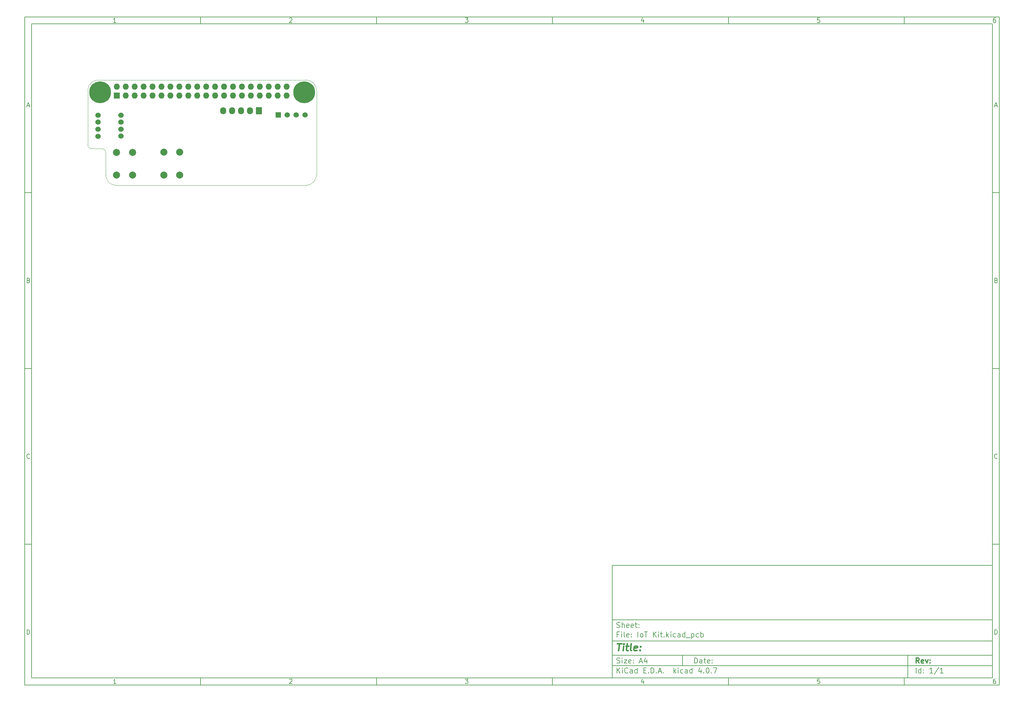
<source format=gbr>
G04 #@! TF.FileFunction,Soldermask,Bot*
%FSLAX46Y46*%
G04 Gerber Fmt 4.6, Leading zero omitted, Abs format (unit mm)*
G04 Created by KiCad (PCBNEW 4.0.7) date Thursday 07 December 2017 'o51' 11:51:57*
%MOMM*%
%LPD*%
G01*
G04 APERTURE LIST*
%ADD10C,0.100000*%
%ADD11C,0.150000*%
%ADD12C,0.300000*%
%ADD13C,0.400000*%
%ADD14R,1.727200X2.032000*%
%ADD15O,1.727200X2.032000*%
%ADD16R,1.727200X1.727200*%
%ADD17O,1.727200X1.727200*%
%ADD18C,1.524000*%
%ADD19R,1.524000X1.524000*%
%ADD20C,6.200000*%
%ADD21C,2.000000*%
G04 APERTURE END LIST*
D10*
D11*
X177002200Y-166007200D02*
X177002200Y-198007200D01*
X285002200Y-198007200D01*
X285002200Y-166007200D01*
X177002200Y-166007200D01*
D10*
D11*
X10000000Y-10000000D02*
X10000000Y-200007200D01*
X287002200Y-200007200D01*
X287002200Y-10000000D01*
X10000000Y-10000000D01*
D10*
D11*
X12000000Y-12000000D02*
X12000000Y-198007200D01*
X285002200Y-198007200D01*
X285002200Y-12000000D01*
X12000000Y-12000000D01*
D10*
D11*
X60000000Y-12000000D02*
X60000000Y-10000000D01*
D10*
D11*
X110000000Y-12000000D02*
X110000000Y-10000000D01*
D10*
D11*
X160000000Y-12000000D02*
X160000000Y-10000000D01*
D10*
D11*
X210000000Y-12000000D02*
X210000000Y-10000000D01*
D10*
D11*
X260000000Y-12000000D02*
X260000000Y-10000000D01*
D10*
D11*
X35990476Y-11588095D02*
X35247619Y-11588095D01*
X35619048Y-11588095D02*
X35619048Y-10288095D01*
X35495238Y-10473810D01*
X35371429Y-10597619D01*
X35247619Y-10659524D01*
D10*
D11*
X85247619Y-10411905D02*
X85309524Y-10350000D01*
X85433333Y-10288095D01*
X85742857Y-10288095D01*
X85866667Y-10350000D01*
X85928571Y-10411905D01*
X85990476Y-10535714D01*
X85990476Y-10659524D01*
X85928571Y-10845238D01*
X85185714Y-11588095D01*
X85990476Y-11588095D01*
D10*
D11*
X135185714Y-10288095D02*
X135990476Y-10288095D01*
X135557143Y-10783333D01*
X135742857Y-10783333D01*
X135866667Y-10845238D01*
X135928571Y-10907143D01*
X135990476Y-11030952D01*
X135990476Y-11340476D01*
X135928571Y-11464286D01*
X135866667Y-11526190D01*
X135742857Y-11588095D01*
X135371429Y-11588095D01*
X135247619Y-11526190D01*
X135185714Y-11464286D01*
D10*
D11*
X185866667Y-10721429D02*
X185866667Y-11588095D01*
X185557143Y-10226190D02*
X185247619Y-11154762D01*
X186052381Y-11154762D01*
D10*
D11*
X235928571Y-10288095D02*
X235309524Y-10288095D01*
X235247619Y-10907143D01*
X235309524Y-10845238D01*
X235433333Y-10783333D01*
X235742857Y-10783333D01*
X235866667Y-10845238D01*
X235928571Y-10907143D01*
X235990476Y-11030952D01*
X235990476Y-11340476D01*
X235928571Y-11464286D01*
X235866667Y-11526190D01*
X235742857Y-11588095D01*
X235433333Y-11588095D01*
X235309524Y-11526190D01*
X235247619Y-11464286D01*
D10*
D11*
X285866667Y-10288095D02*
X285619048Y-10288095D01*
X285495238Y-10350000D01*
X285433333Y-10411905D01*
X285309524Y-10597619D01*
X285247619Y-10845238D01*
X285247619Y-11340476D01*
X285309524Y-11464286D01*
X285371429Y-11526190D01*
X285495238Y-11588095D01*
X285742857Y-11588095D01*
X285866667Y-11526190D01*
X285928571Y-11464286D01*
X285990476Y-11340476D01*
X285990476Y-11030952D01*
X285928571Y-10907143D01*
X285866667Y-10845238D01*
X285742857Y-10783333D01*
X285495238Y-10783333D01*
X285371429Y-10845238D01*
X285309524Y-10907143D01*
X285247619Y-11030952D01*
D10*
D11*
X60000000Y-198007200D02*
X60000000Y-200007200D01*
D10*
D11*
X110000000Y-198007200D02*
X110000000Y-200007200D01*
D10*
D11*
X160000000Y-198007200D02*
X160000000Y-200007200D01*
D10*
D11*
X210000000Y-198007200D02*
X210000000Y-200007200D01*
D10*
D11*
X260000000Y-198007200D02*
X260000000Y-200007200D01*
D10*
D11*
X35990476Y-199595295D02*
X35247619Y-199595295D01*
X35619048Y-199595295D02*
X35619048Y-198295295D01*
X35495238Y-198481010D01*
X35371429Y-198604819D01*
X35247619Y-198666724D01*
D10*
D11*
X85247619Y-198419105D02*
X85309524Y-198357200D01*
X85433333Y-198295295D01*
X85742857Y-198295295D01*
X85866667Y-198357200D01*
X85928571Y-198419105D01*
X85990476Y-198542914D01*
X85990476Y-198666724D01*
X85928571Y-198852438D01*
X85185714Y-199595295D01*
X85990476Y-199595295D01*
D10*
D11*
X135185714Y-198295295D02*
X135990476Y-198295295D01*
X135557143Y-198790533D01*
X135742857Y-198790533D01*
X135866667Y-198852438D01*
X135928571Y-198914343D01*
X135990476Y-199038152D01*
X135990476Y-199347676D01*
X135928571Y-199471486D01*
X135866667Y-199533390D01*
X135742857Y-199595295D01*
X135371429Y-199595295D01*
X135247619Y-199533390D01*
X135185714Y-199471486D01*
D10*
D11*
X185866667Y-198728629D02*
X185866667Y-199595295D01*
X185557143Y-198233390D02*
X185247619Y-199161962D01*
X186052381Y-199161962D01*
D10*
D11*
X235928571Y-198295295D02*
X235309524Y-198295295D01*
X235247619Y-198914343D01*
X235309524Y-198852438D01*
X235433333Y-198790533D01*
X235742857Y-198790533D01*
X235866667Y-198852438D01*
X235928571Y-198914343D01*
X235990476Y-199038152D01*
X235990476Y-199347676D01*
X235928571Y-199471486D01*
X235866667Y-199533390D01*
X235742857Y-199595295D01*
X235433333Y-199595295D01*
X235309524Y-199533390D01*
X235247619Y-199471486D01*
D10*
D11*
X285866667Y-198295295D02*
X285619048Y-198295295D01*
X285495238Y-198357200D01*
X285433333Y-198419105D01*
X285309524Y-198604819D01*
X285247619Y-198852438D01*
X285247619Y-199347676D01*
X285309524Y-199471486D01*
X285371429Y-199533390D01*
X285495238Y-199595295D01*
X285742857Y-199595295D01*
X285866667Y-199533390D01*
X285928571Y-199471486D01*
X285990476Y-199347676D01*
X285990476Y-199038152D01*
X285928571Y-198914343D01*
X285866667Y-198852438D01*
X285742857Y-198790533D01*
X285495238Y-198790533D01*
X285371429Y-198852438D01*
X285309524Y-198914343D01*
X285247619Y-199038152D01*
D10*
D11*
X10000000Y-60000000D02*
X12000000Y-60000000D01*
D10*
D11*
X10000000Y-110000000D02*
X12000000Y-110000000D01*
D10*
D11*
X10000000Y-160000000D02*
X12000000Y-160000000D01*
D10*
D11*
X10690476Y-35216667D02*
X11309524Y-35216667D01*
X10566667Y-35588095D02*
X11000000Y-34288095D01*
X11433333Y-35588095D01*
D10*
D11*
X11092857Y-84907143D02*
X11278571Y-84969048D01*
X11340476Y-85030952D01*
X11402381Y-85154762D01*
X11402381Y-85340476D01*
X11340476Y-85464286D01*
X11278571Y-85526190D01*
X11154762Y-85588095D01*
X10659524Y-85588095D01*
X10659524Y-84288095D01*
X11092857Y-84288095D01*
X11216667Y-84350000D01*
X11278571Y-84411905D01*
X11340476Y-84535714D01*
X11340476Y-84659524D01*
X11278571Y-84783333D01*
X11216667Y-84845238D01*
X11092857Y-84907143D01*
X10659524Y-84907143D01*
D10*
D11*
X11402381Y-135464286D02*
X11340476Y-135526190D01*
X11154762Y-135588095D01*
X11030952Y-135588095D01*
X10845238Y-135526190D01*
X10721429Y-135402381D01*
X10659524Y-135278571D01*
X10597619Y-135030952D01*
X10597619Y-134845238D01*
X10659524Y-134597619D01*
X10721429Y-134473810D01*
X10845238Y-134350000D01*
X11030952Y-134288095D01*
X11154762Y-134288095D01*
X11340476Y-134350000D01*
X11402381Y-134411905D01*
D10*
D11*
X10659524Y-185588095D02*
X10659524Y-184288095D01*
X10969048Y-184288095D01*
X11154762Y-184350000D01*
X11278571Y-184473810D01*
X11340476Y-184597619D01*
X11402381Y-184845238D01*
X11402381Y-185030952D01*
X11340476Y-185278571D01*
X11278571Y-185402381D01*
X11154762Y-185526190D01*
X10969048Y-185588095D01*
X10659524Y-185588095D01*
D10*
D11*
X287002200Y-60000000D02*
X285002200Y-60000000D01*
D10*
D11*
X287002200Y-110000000D02*
X285002200Y-110000000D01*
D10*
D11*
X287002200Y-160000000D02*
X285002200Y-160000000D01*
D10*
D11*
X285692676Y-35216667D02*
X286311724Y-35216667D01*
X285568867Y-35588095D02*
X286002200Y-34288095D01*
X286435533Y-35588095D01*
D10*
D11*
X286095057Y-84907143D02*
X286280771Y-84969048D01*
X286342676Y-85030952D01*
X286404581Y-85154762D01*
X286404581Y-85340476D01*
X286342676Y-85464286D01*
X286280771Y-85526190D01*
X286156962Y-85588095D01*
X285661724Y-85588095D01*
X285661724Y-84288095D01*
X286095057Y-84288095D01*
X286218867Y-84350000D01*
X286280771Y-84411905D01*
X286342676Y-84535714D01*
X286342676Y-84659524D01*
X286280771Y-84783333D01*
X286218867Y-84845238D01*
X286095057Y-84907143D01*
X285661724Y-84907143D01*
D10*
D11*
X286404581Y-135464286D02*
X286342676Y-135526190D01*
X286156962Y-135588095D01*
X286033152Y-135588095D01*
X285847438Y-135526190D01*
X285723629Y-135402381D01*
X285661724Y-135278571D01*
X285599819Y-135030952D01*
X285599819Y-134845238D01*
X285661724Y-134597619D01*
X285723629Y-134473810D01*
X285847438Y-134350000D01*
X286033152Y-134288095D01*
X286156962Y-134288095D01*
X286342676Y-134350000D01*
X286404581Y-134411905D01*
D10*
D11*
X285661724Y-185588095D02*
X285661724Y-184288095D01*
X285971248Y-184288095D01*
X286156962Y-184350000D01*
X286280771Y-184473810D01*
X286342676Y-184597619D01*
X286404581Y-184845238D01*
X286404581Y-185030952D01*
X286342676Y-185278571D01*
X286280771Y-185402381D01*
X286156962Y-185526190D01*
X285971248Y-185588095D01*
X285661724Y-185588095D01*
D10*
D11*
X200359343Y-193785771D02*
X200359343Y-192285771D01*
X200716486Y-192285771D01*
X200930771Y-192357200D01*
X201073629Y-192500057D01*
X201145057Y-192642914D01*
X201216486Y-192928629D01*
X201216486Y-193142914D01*
X201145057Y-193428629D01*
X201073629Y-193571486D01*
X200930771Y-193714343D01*
X200716486Y-193785771D01*
X200359343Y-193785771D01*
X202502200Y-193785771D02*
X202502200Y-193000057D01*
X202430771Y-192857200D01*
X202287914Y-192785771D01*
X202002200Y-192785771D01*
X201859343Y-192857200D01*
X202502200Y-193714343D02*
X202359343Y-193785771D01*
X202002200Y-193785771D01*
X201859343Y-193714343D01*
X201787914Y-193571486D01*
X201787914Y-193428629D01*
X201859343Y-193285771D01*
X202002200Y-193214343D01*
X202359343Y-193214343D01*
X202502200Y-193142914D01*
X203002200Y-192785771D02*
X203573629Y-192785771D01*
X203216486Y-192285771D02*
X203216486Y-193571486D01*
X203287914Y-193714343D01*
X203430772Y-193785771D01*
X203573629Y-193785771D01*
X204645057Y-193714343D02*
X204502200Y-193785771D01*
X204216486Y-193785771D01*
X204073629Y-193714343D01*
X204002200Y-193571486D01*
X204002200Y-193000057D01*
X204073629Y-192857200D01*
X204216486Y-192785771D01*
X204502200Y-192785771D01*
X204645057Y-192857200D01*
X204716486Y-193000057D01*
X204716486Y-193142914D01*
X204002200Y-193285771D01*
X205359343Y-193642914D02*
X205430771Y-193714343D01*
X205359343Y-193785771D01*
X205287914Y-193714343D01*
X205359343Y-193642914D01*
X205359343Y-193785771D01*
X205359343Y-192857200D02*
X205430771Y-192928629D01*
X205359343Y-193000057D01*
X205287914Y-192928629D01*
X205359343Y-192857200D01*
X205359343Y-193000057D01*
D10*
D11*
X177002200Y-194507200D02*
X285002200Y-194507200D01*
D10*
D11*
X178359343Y-196585771D02*
X178359343Y-195085771D01*
X179216486Y-196585771D02*
X178573629Y-195728629D01*
X179216486Y-195085771D02*
X178359343Y-195942914D01*
X179859343Y-196585771D02*
X179859343Y-195585771D01*
X179859343Y-195085771D02*
X179787914Y-195157200D01*
X179859343Y-195228629D01*
X179930771Y-195157200D01*
X179859343Y-195085771D01*
X179859343Y-195228629D01*
X181430772Y-196442914D02*
X181359343Y-196514343D01*
X181145057Y-196585771D01*
X181002200Y-196585771D01*
X180787915Y-196514343D01*
X180645057Y-196371486D01*
X180573629Y-196228629D01*
X180502200Y-195942914D01*
X180502200Y-195728629D01*
X180573629Y-195442914D01*
X180645057Y-195300057D01*
X180787915Y-195157200D01*
X181002200Y-195085771D01*
X181145057Y-195085771D01*
X181359343Y-195157200D01*
X181430772Y-195228629D01*
X182716486Y-196585771D02*
X182716486Y-195800057D01*
X182645057Y-195657200D01*
X182502200Y-195585771D01*
X182216486Y-195585771D01*
X182073629Y-195657200D01*
X182716486Y-196514343D02*
X182573629Y-196585771D01*
X182216486Y-196585771D01*
X182073629Y-196514343D01*
X182002200Y-196371486D01*
X182002200Y-196228629D01*
X182073629Y-196085771D01*
X182216486Y-196014343D01*
X182573629Y-196014343D01*
X182716486Y-195942914D01*
X184073629Y-196585771D02*
X184073629Y-195085771D01*
X184073629Y-196514343D02*
X183930772Y-196585771D01*
X183645058Y-196585771D01*
X183502200Y-196514343D01*
X183430772Y-196442914D01*
X183359343Y-196300057D01*
X183359343Y-195871486D01*
X183430772Y-195728629D01*
X183502200Y-195657200D01*
X183645058Y-195585771D01*
X183930772Y-195585771D01*
X184073629Y-195657200D01*
X185930772Y-195800057D02*
X186430772Y-195800057D01*
X186645058Y-196585771D02*
X185930772Y-196585771D01*
X185930772Y-195085771D01*
X186645058Y-195085771D01*
X187287915Y-196442914D02*
X187359343Y-196514343D01*
X187287915Y-196585771D01*
X187216486Y-196514343D01*
X187287915Y-196442914D01*
X187287915Y-196585771D01*
X188002201Y-196585771D02*
X188002201Y-195085771D01*
X188359344Y-195085771D01*
X188573629Y-195157200D01*
X188716487Y-195300057D01*
X188787915Y-195442914D01*
X188859344Y-195728629D01*
X188859344Y-195942914D01*
X188787915Y-196228629D01*
X188716487Y-196371486D01*
X188573629Y-196514343D01*
X188359344Y-196585771D01*
X188002201Y-196585771D01*
X189502201Y-196442914D02*
X189573629Y-196514343D01*
X189502201Y-196585771D01*
X189430772Y-196514343D01*
X189502201Y-196442914D01*
X189502201Y-196585771D01*
X190145058Y-196157200D02*
X190859344Y-196157200D01*
X190002201Y-196585771D02*
X190502201Y-195085771D01*
X191002201Y-196585771D01*
X191502201Y-196442914D02*
X191573629Y-196514343D01*
X191502201Y-196585771D01*
X191430772Y-196514343D01*
X191502201Y-196442914D01*
X191502201Y-196585771D01*
X194502201Y-196585771D02*
X194502201Y-195085771D01*
X194645058Y-196014343D02*
X195073629Y-196585771D01*
X195073629Y-195585771D02*
X194502201Y-196157200D01*
X195716487Y-196585771D02*
X195716487Y-195585771D01*
X195716487Y-195085771D02*
X195645058Y-195157200D01*
X195716487Y-195228629D01*
X195787915Y-195157200D01*
X195716487Y-195085771D01*
X195716487Y-195228629D01*
X197073630Y-196514343D02*
X196930773Y-196585771D01*
X196645059Y-196585771D01*
X196502201Y-196514343D01*
X196430773Y-196442914D01*
X196359344Y-196300057D01*
X196359344Y-195871486D01*
X196430773Y-195728629D01*
X196502201Y-195657200D01*
X196645059Y-195585771D01*
X196930773Y-195585771D01*
X197073630Y-195657200D01*
X198359344Y-196585771D02*
X198359344Y-195800057D01*
X198287915Y-195657200D01*
X198145058Y-195585771D01*
X197859344Y-195585771D01*
X197716487Y-195657200D01*
X198359344Y-196514343D02*
X198216487Y-196585771D01*
X197859344Y-196585771D01*
X197716487Y-196514343D01*
X197645058Y-196371486D01*
X197645058Y-196228629D01*
X197716487Y-196085771D01*
X197859344Y-196014343D01*
X198216487Y-196014343D01*
X198359344Y-195942914D01*
X199716487Y-196585771D02*
X199716487Y-195085771D01*
X199716487Y-196514343D02*
X199573630Y-196585771D01*
X199287916Y-196585771D01*
X199145058Y-196514343D01*
X199073630Y-196442914D01*
X199002201Y-196300057D01*
X199002201Y-195871486D01*
X199073630Y-195728629D01*
X199145058Y-195657200D01*
X199287916Y-195585771D01*
X199573630Y-195585771D01*
X199716487Y-195657200D01*
X202216487Y-195585771D02*
X202216487Y-196585771D01*
X201859344Y-195014343D02*
X201502201Y-196085771D01*
X202430773Y-196085771D01*
X203002201Y-196442914D02*
X203073629Y-196514343D01*
X203002201Y-196585771D01*
X202930772Y-196514343D01*
X203002201Y-196442914D01*
X203002201Y-196585771D01*
X204002201Y-195085771D02*
X204145058Y-195085771D01*
X204287915Y-195157200D01*
X204359344Y-195228629D01*
X204430773Y-195371486D01*
X204502201Y-195657200D01*
X204502201Y-196014343D01*
X204430773Y-196300057D01*
X204359344Y-196442914D01*
X204287915Y-196514343D01*
X204145058Y-196585771D01*
X204002201Y-196585771D01*
X203859344Y-196514343D01*
X203787915Y-196442914D01*
X203716487Y-196300057D01*
X203645058Y-196014343D01*
X203645058Y-195657200D01*
X203716487Y-195371486D01*
X203787915Y-195228629D01*
X203859344Y-195157200D01*
X204002201Y-195085771D01*
X205145058Y-196442914D02*
X205216486Y-196514343D01*
X205145058Y-196585771D01*
X205073629Y-196514343D01*
X205145058Y-196442914D01*
X205145058Y-196585771D01*
X205716487Y-195085771D02*
X206716487Y-195085771D01*
X206073630Y-196585771D01*
D10*
D11*
X177002200Y-191507200D02*
X285002200Y-191507200D01*
D10*
D12*
X264216486Y-193785771D02*
X263716486Y-193071486D01*
X263359343Y-193785771D02*
X263359343Y-192285771D01*
X263930771Y-192285771D01*
X264073629Y-192357200D01*
X264145057Y-192428629D01*
X264216486Y-192571486D01*
X264216486Y-192785771D01*
X264145057Y-192928629D01*
X264073629Y-193000057D01*
X263930771Y-193071486D01*
X263359343Y-193071486D01*
X265430771Y-193714343D02*
X265287914Y-193785771D01*
X265002200Y-193785771D01*
X264859343Y-193714343D01*
X264787914Y-193571486D01*
X264787914Y-193000057D01*
X264859343Y-192857200D01*
X265002200Y-192785771D01*
X265287914Y-192785771D01*
X265430771Y-192857200D01*
X265502200Y-193000057D01*
X265502200Y-193142914D01*
X264787914Y-193285771D01*
X266002200Y-192785771D02*
X266359343Y-193785771D01*
X266716485Y-192785771D01*
X267287914Y-193642914D02*
X267359342Y-193714343D01*
X267287914Y-193785771D01*
X267216485Y-193714343D01*
X267287914Y-193642914D01*
X267287914Y-193785771D01*
X267287914Y-192857200D02*
X267359342Y-192928629D01*
X267287914Y-193000057D01*
X267216485Y-192928629D01*
X267287914Y-192857200D01*
X267287914Y-193000057D01*
D10*
D11*
X178287914Y-193714343D02*
X178502200Y-193785771D01*
X178859343Y-193785771D01*
X179002200Y-193714343D01*
X179073629Y-193642914D01*
X179145057Y-193500057D01*
X179145057Y-193357200D01*
X179073629Y-193214343D01*
X179002200Y-193142914D01*
X178859343Y-193071486D01*
X178573629Y-193000057D01*
X178430771Y-192928629D01*
X178359343Y-192857200D01*
X178287914Y-192714343D01*
X178287914Y-192571486D01*
X178359343Y-192428629D01*
X178430771Y-192357200D01*
X178573629Y-192285771D01*
X178930771Y-192285771D01*
X179145057Y-192357200D01*
X179787914Y-193785771D02*
X179787914Y-192785771D01*
X179787914Y-192285771D02*
X179716485Y-192357200D01*
X179787914Y-192428629D01*
X179859342Y-192357200D01*
X179787914Y-192285771D01*
X179787914Y-192428629D01*
X180359343Y-192785771D02*
X181145057Y-192785771D01*
X180359343Y-193785771D01*
X181145057Y-193785771D01*
X182287914Y-193714343D02*
X182145057Y-193785771D01*
X181859343Y-193785771D01*
X181716486Y-193714343D01*
X181645057Y-193571486D01*
X181645057Y-193000057D01*
X181716486Y-192857200D01*
X181859343Y-192785771D01*
X182145057Y-192785771D01*
X182287914Y-192857200D01*
X182359343Y-193000057D01*
X182359343Y-193142914D01*
X181645057Y-193285771D01*
X183002200Y-193642914D02*
X183073628Y-193714343D01*
X183002200Y-193785771D01*
X182930771Y-193714343D01*
X183002200Y-193642914D01*
X183002200Y-193785771D01*
X183002200Y-192857200D02*
X183073628Y-192928629D01*
X183002200Y-193000057D01*
X182930771Y-192928629D01*
X183002200Y-192857200D01*
X183002200Y-193000057D01*
X184787914Y-193357200D02*
X185502200Y-193357200D01*
X184645057Y-193785771D02*
X185145057Y-192285771D01*
X185645057Y-193785771D01*
X186787914Y-192785771D02*
X186787914Y-193785771D01*
X186430771Y-192214343D02*
X186073628Y-193285771D01*
X187002200Y-193285771D01*
D10*
D11*
X263359343Y-196585771D02*
X263359343Y-195085771D01*
X264716486Y-196585771D02*
X264716486Y-195085771D01*
X264716486Y-196514343D02*
X264573629Y-196585771D01*
X264287915Y-196585771D01*
X264145057Y-196514343D01*
X264073629Y-196442914D01*
X264002200Y-196300057D01*
X264002200Y-195871486D01*
X264073629Y-195728629D01*
X264145057Y-195657200D01*
X264287915Y-195585771D01*
X264573629Y-195585771D01*
X264716486Y-195657200D01*
X265430772Y-196442914D02*
X265502200Y-196514343D01*
X265430772Y-196585771D01*
X265359343Y-196514343D01*
X265430772Y-196442914D01*
X265430772Y-196585771D01*
X265430772Y-195657200D02*
X265502200Y-195728629D01*
X265430772Y-195800057D01*
X265359343Y-195728629D01*
X265430772Y-195657200D01*
X265430772Y-195800057D01*
X268073629Y-196585771D02*
X267216486Y-196585771D01*
X267645058Y-196585771D02*
X267645058Y-195085771D01*
X267502201Y-195300057D01*
X267359343Y-195442914D01*
X267216486Y-195514343D01*
X269787914Y-195014343D02*
X268502200Y-196942914D01*
X271073629Y-196585771D02*
X270216486Y-196585771D01*
X270645058Y-196585771D02*
X270645058Y-195085771D01*
X270502201Y-195300057D01*
X270359343Y-195442914D01*
X270216486Y-195514343D01*
D10*
D11*
X177002200Y-187507200D02*
X285002200Y-187507200D01*
D10*
D13*
X178454581Y-188211962D02*
X179597438Y-188211962D01*
X178776010Y-190211962D02*
X179026010Y-188211962D01*
X180014105Y-190211962D02*
X180180771Y-188878629D01*
X180264105Y-188211962D02*
X180156962Y-188307200D01*
X180240295Y-188402438D01*
X180347439Y-188307200D01*
X180264105Y-188211962D01*
X180240295Y-188402438D01*
X180847438Y-188878629D02*
X181609343Y-188878629D01*
X181216486Y-188211962D02*
X181002200Y-189926248D01*
X181073630Y-190116724D01*
X181252201Y-190211962D01*
X181442677Y-190211962D01*
X182395058Y-190211962D02*
X182216487Y-190116724D01*
X182145057Y-189926248D01*
X182359343Y-188211962D01*
X183930772Y-190116724D02*
X183728391Y-190211962D01*
X183347439Y-190211962D01*
X183168867Y-190116724D01*
X183097438Y-189926248D01*
X183192676Y-189164343D01*
X183311724Y-188973867D01*
X183514105Y-188878629D01*
X183895057Y-188878629D01*
X184073629Y-188973867D01*
X184145057Y-189164343D01*
X184121248Y-189354819D01*
X183145057Y-189545295D01*
X184895057Y-190021486D02*
X184978392Y-190116724D01*
X184871248Y-190211962D01*
X184787915Y-190116724D01*
X184895057Y-190021486D01*
X184871248Y-190211962D01*
X185026010Y-188973867D02*
X185109344Y-189069105D01*
X185002200Y-189164343D01*
X184918867Y-189069105D01*
X185026010Y-188973867D01*
X185002200Y-189164343D01*
D10*
D11*
X178859343Y-185600057D02*
X178359343Y-185600057D01*
X178359343Y-186385771D02*
X178359343Y-184885771D01*
X179073629Y-184885771D01*
X179645057Y-186385771D02*
X179645057Y-185385771D01*
X179645057Y-184885771D02*
X179573628Y-184957200D01*
X179645057Y-185028629D01*
X179716485Y-184957200D01*
X179645057Y-184885771D01*
X179645057Y-185028629D01*
X180573629Y-186385771D02*
X180430771Y-186314343D01*
X180359343Y-186171486D01*
X180359343Y-184885771D01*
X181716485Y-186314343D02*
X181573628Y-186385771D01*
X181287914Y-186385771D01*
X181145057Y-186314343D01*
X181073628Y-186171486D01*
X181073628Y-185600057D01*
X181145057Y-185457200D01*
X181287914Y-185385771D01*
X181573628Y-185385771D01*
X181716485Y-185457200D01*
X181787914Y-185600057D01*
X181787914Y-185742914D01*
X181073628Y-185885771D01*
X182430771Y-186242914D02*
X182502199Y-186314343D01*
X182430771Y-186385771D01*
X182359342Y-186314343D01*
X182430771Y-186242914D01*
X182430771Y-186385771D01*
X182430771Y-185457200D02*
X182502199Y-185528629D01*
X182430771Y-185600057D01*
X182359342Y-185528629D01*
X182430771Y-185457200D01*
X182430771Y-185600057D01*
X184287914Y-186385771D02*
X184287914Y-184885771D01*
X185216486Y-186385771D02*
X185073628Y-186314343D01*
X185002200Y-186242914D01*
X184930771Y-186100057D01*
X184930771Y-185671486D01*
X185002200Y-185528629D01*
X185073628Y-185457200D01*
X185216486Y-185385771D01*
X185430771Y-185385771D01*
X185573628Y-185457200D01*
X185645057Y-185528629D01*
X185716486Y-185671486D01*
X185716486Y-186100057D01*
X185645057Y-186242914D01*
X185573628Y-186314343D01*
X185430771Y-186385771D01*
X185216486Y-186385771D01*
X186145057Y-184885771D02*
X187002200Y-184885771D01*
X186573629Y-186385771D02*
X186573629Y-184885771D01*
X188645057Y-186385771D02*
X188645057Y-184885771D01*
X189502200Y-186385771D02*
X188859343Y-185528629D01*
X189502200Y-184885771D02*
X188645057Y-185742914D01*
X190145057Y-186385771D02*
X190145057Y-185385771D01*
X190145057Y-184885771D02*
X190073628Y-184957200D01*
X190145057Y-185028629D01*
X190216485Y-184957200D01*
X190145057Y-184885771D01*
X190145057Y-185028629D01*
X190645057Y-185385771D02*
X191216486Y-185385771D01*
X190859343Y-184885771D02*
X190859343Y-186171486D01*
X190930771Y-186314343D01*
X191073629Y-186385771D01*
X191216486Y-186385771D01*
X191716486Y-186242914D02*
X191787914Y-186314343D01*
X191716486Y-186385771D01*
X191645057Y-186314343D01*
X191716486Y-186242914D01*
X191716486Y-186385771D01*
X192430772Y-186385771D02*
X192430772Y-184885771D01*
X192573629Y-185814343D02*
X193002200Y-186385771D01*
X193002200Y-185385771D02*
X192430772Y-185957200D01*
X193645058Y-186385771D02*
X193645058Y-185385771D01*
X193645058Y-184885771D02*
X193573629Y-184957200D01*
X193645058Y-185028629D01*
X193716486Y-184957200D01*
X193645058Y-184885771D01*
X193645058Y-185028629D01*
X195002201Y-186314343D02*
X194859344Y-186385771D01*
X194573630Y-186385771D01*
X194430772Y-186314343D01*
X194359344Y-186242914D01*
X194287915Y-186100057D01*
X194287915Y-185671486D01*
X194359344Y-185528629D01*
X194430772Y-185457200D01*
X194573630Y-185385771D01*
X194859344Y-185385771D01*
X195002201Y-185457200D01*
X196287915Y-186385771D02*
X196287915Y-185600057D01*
X196216486Y-185457200D01*
X196073629Y-185385771D01*
X195787915Y-185385771D01*
X195645058Y-185457200D01*
X196287915Y-186314343D02*
X196145058Y-186385771D01*
X195787915Y-186385771D01*
X195645058Y-186314343D01*
X195573629Y-186171486D01*
X195573629Y-186028629D01*
X195645058Y-185885771D01*
X195787915Y-185814343D01*
X196145058Y-185814343D01*
X196287915Y-185742914D01*
X197645058Y-186385771D02*
X197645058Y-184885771D01*
X197645058Y-186314343D02*
X197502201Y-186385771D01*
X197216487Y-186385771D01*
X197073629Y-186314343D01*
X197002201Y-186242914D01*
X196930772Y-186100057D01*
X196930772Y-185671486D01*
X197002201Y-185528629D01*
X197073629Y-185457200D01*
X197216487Y-185385771D01*
X197502201Y-185385771D01*
X197645058Y-185457200D01*
X198002201Y-186528629D02*
X199145058Y-186528629D01*
X199502201Y-185385771D02*
X199502201Y-186885771D01*
X199502201Y-185457200D02*
X199645058Y-185385771D01*
X199930772Y-185385771D01*
X200073629Y-185457200D01*
X200145058Y-185528629D01*
X200216487Y-185671486D01*
X200216487Y-186100057D01*
X200145058Y-186242914D01*
X200073629Y-186314343D01*
X199930772Y-186385771D01*
X199645058Y-186385771D01*
X199502201Y-186314343D01*
X201502201Y-186314343D02*
X201359344Y-186385771D01*
X201073630Y-186385771D01*
X200930772Y-186314343D01*
X200859344Y-186242914D01*
X200787915Y-186100057D01*
X200787915Y-185671486D01*
X200859344Y-185528629D01*
X200930772Y-185457200D01*
X201073630Y-185385771D01*
X201359344Y-185385771D01*
X201502201Y-185457200D01*
X202145058Y-186385771D02*
X202145058Y-184885771D01*
X202145058Y-185457200D02*
X202287915Y-185385771D01*
X202573629Y-185385771D01*
X202716486Y-185457200D01*
X202787915Y-185528629D01*
X202859344Y-185671486D01*
X202859344Y-186100057D01*
X202787915Y-186242914D01*
X202716486Y-186314343D01*
X202573629Y-186385771D01*
X202287915Y-186385771D01*
X202145058Y-186314343D01*
D10*
D11*
X177002200Y-181507200D02*
X285002200Y-181507200D01*
D10*
D11*
X178287914Y-183614343D02*
X178502200Y-183685771D01*
X178859343Y-183685771D01*
X179002200Y-183614343D01*
X179073629Y-183542914D01*
X179145057Y-183400057D01*
X179145057Y-183257200D01*
X179073629Y-183114343D01*
X179002200Y-183042914D01*
X178859343Y-182971486D01*
X178573629Y-182900057D01*
X178430771Y-182828629D01*
X178359343Y-182757200D01*
X178287914Y-182614343D01*
X178287914Y-182471486D01*
X178359343Y-182328629D01*
X178430771Y-182257200D01*
X178573629Y-182185771D01*
X178930771Y-182185771D01*
X179145057Y-182257200D01*
X179787914Y-183685771D02*
X179787914Y-182185771D01*
X180430771Y-183685771D02*
X180430771Y-182900057D01*
X180359342Y-182757200D01*
X180216485Y-182685771D01*
X180002200Y-182685771D01*
X179859342Y-182757200D01*
X179787914Y-182828629D01*
X181716485Y-183614343D02*
X181573628Y-183685771D01*
X181287914Y-183685771D01*
X181145057Y-183614343D01*
X181073628Y-183471486D01*
X181073628Y-182900057D01*
X181145057Y-182757200D01*
X181287914Y-182685771D01*
X181573628Y-182685771D01*
X181716485Y-182757200D01*
X181787914Y-182900057D01*
X181787914Y-183042914D01*
X181073628Y-183185771D01*
X183002199Y-183614343D02*
X182859342Y-183685771D01*
X182573628Y-183685771D01*
X182430771Y-183614343D01*
X182359342Y-183471486D01*
X182359342Y-182900057D01*
X182430771Y-182757200D01*
X182573628Y-182685771D01*
X182859342Y-182685771D01*
X183002199Y-182757200D01*
X183073628Y-182900057D01*
X183073628Y-183042914D01*
X182359342Y-183185771D01*
X183502199Y-182685771D02*
X184073628Y-182685771D01*
X183716485Y-182185771D02*
X183716485Y-183471486D01*
X183787913Y-183614343D01*
X183930771Y-183685771D01*
X184073628Y-183685771D01*
X184573628Y-183542914D02*
X184645056Y-183614343D01*
X184573628Y-183685771D01*
X184502199Y-183614343D01*
X184573628Y-183542914D01*
X184573628Y-183685771D01*
X184573628Y-182757200D02*
X184645056Y-182828629D01*
X184573628Y-182900057D01*
X184502199Y-182828629D01*
X184573628Y-182757200D01*
X184573628Y-182900057D01*
D10*
D11*
X197002200Y-191507200D02*
X197002200Y-194507200D01*
D10*
D11*
X261002200Y-191507200D02*
X261002200Y-198007200D01*
D10*
X92964000Y-30988000D02*
X92964000Y-54864000D01*
X92940000Y-30932000D02*
G75*
G03X89940000Y-27932000I-3000000J0D01*
G01*
X89940000Y-57897000D02*
G75*
G03X92940000Y-54897000I0J3000000D01*
G01*
X36068000Y-57912000D02*
X89916000Y-57912000D01*
X33020000Y-48514000D02*
G75*
G03X32004000Y-47498000I-1016000J0D01*
G01*
X33020000Y-54991000D02*
X33020000Y-48514000D01*
X27940000Y-30962600D02*
X27940000Y-46456600D01*
X30940000Y-27932000D02*
X89940000Y-27932000D01*
X30940000Y-27932000D02*
G75*
G03X27940000Y-30932000I0J-3000000D01*
G01*
X27940000Y-46432000D02*
G75*
G03X28940000Y-47432000I1000000J0D01*
G01*
X33020000Y-54897000D02*
G75*
G03X36020000Y-57897000I3000000J0D01*
G01*
X28940000Y-47432000D02*
X31940000Y-47432000D01*
D14*
X76581000Y-36703000D03*
D15*
X74041000Y-36703000D03*
X71501000Y-36703000D03*
X68961000Y-36703000D03*
X66421000Y-36703000D03*
D16*
X36195000Y-32385000D03*
D17*
X36195000Y-29845000D03*
X38735000Y-32385000D03*
X38735000Y-29845000D03*
X41275000Y-32385000D03*
X41275000Y-29845000D03*
X43815000Y-32385000D03*
X43815000Y-29845000D03*
X46355000Y-32385000D03*
X46355000Y-29845000D03*
X48895000Y-32385000D03*
X48895000Y-29845000D03*
X51435000Y-32385000D03*
X51435000Y-29845000D03*
X53975000Y-32385000D03*
X53975000Y-29845000D03*
X56515000Y-32385000D03*
X56515000Y-29845000D03*
X59055000Y-32385000D03*
X59055000Y-29845000D03*
X61595000Y-32385000D03*
X61595000Y-29845000D03*
X64135000Y-32385000D03*
X64135000Y-29845000D03*
X66675000Y-32385000D03*
X66675000Y-29845000D03*
X69215000Y-32385000D03*
X69215000Y-29845000D03*
X71755000Y-32385000D03*
X71755000Y-29845000D03*
X74295000Y-32385000D03*
X74295000Y-29845000D03*
X76835000Y-32385000D03*
X76835000Y-29845000D03*
X79375000Y-32385000D03*
X79375000Y-29845000D03*
X81915000Y-32385000D03*
X81915000Y-29845000D03*
X84455000Y-32385000D03*
X84455000Y-29845000D03*
D18*
X30886400Y-43942000D03*
X30886400Y-41942000D03*
X30886400Y-39942000D03*
X30886400Y-37942000D03*
D19*
X82042000Y-37846000D03*
D18*
X84582000Y-37846000D03*
X87122000Y-37846000D03*
X89662000Y-37846000D03*
D20*
X89440000Y-31432000D03*
X31440000Y-31432000D03*
D21*
X36140000Y-48514000D03*
X40640000Y-48514000D03*
X36140000Y-55014000D03*
X40640000Y-55014000D03*
X54030000Y-54991000D03*
X49530000Y-54991000D03*
X54030000Y-48491000D03*
X49530000Y-48491000D03*
D18*
X37338000Y-43916600D03*
X37338000Y-41916600D03*
X37338000Y-39916600D03*
X37338000Y-37916600D03*
M02*

</source>
